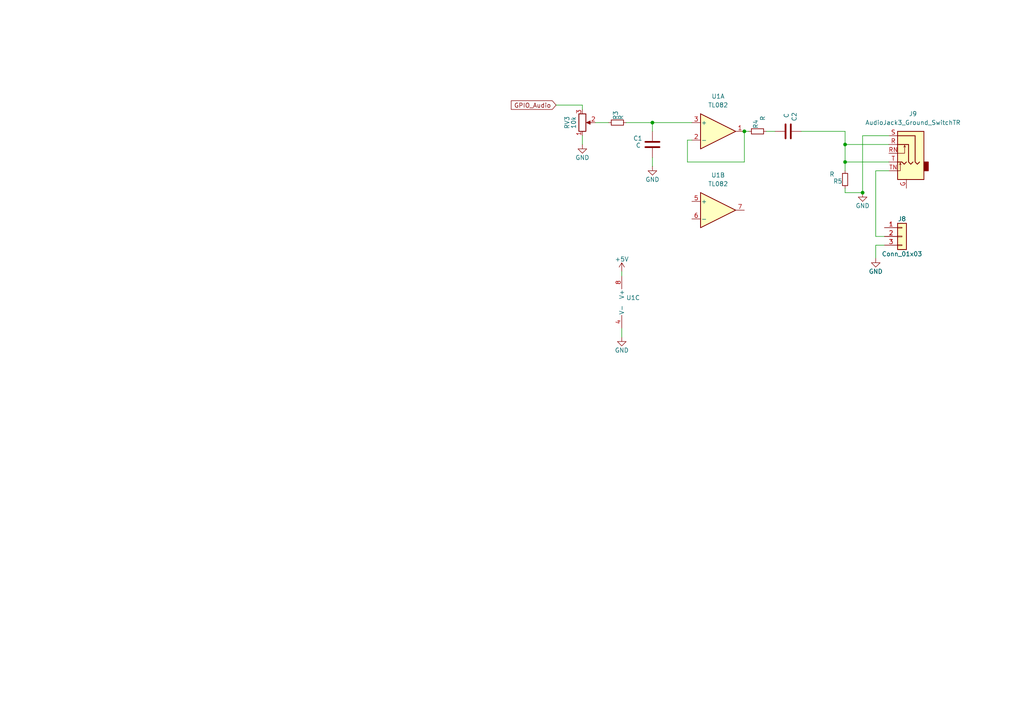
<source format=kicad_sch>
(kicad_sch
	(version 20231120)
	(generator "eeschema")
	(generator_version "8.0")
	(uuid "4b9ff11a-4d38-46c6-96ac-10f1e829116f")
	(paper "A4")
	(lib_symbols
		(symbol "Amplifier_Operational:TL082"
			(pin_names
				(offset 0.127)
			)
			(exclude_from_sim no)
			(in_bom yes)
			(on_board yes)
			(property "Reference" "U"
				(at 0 5.08 0)
				(effects
					(font
						(size 1.27 1.27)
					)
					(justify left)
				)
			)
			(property "Value" "TL082"
				(at 0 -5.08 0)
				(effects
					(font
						(size 1.27 1.27)
					)
					(justify left)
				)
			)
			(property "Footprint" ""
				(at 0 0 0)
				(effects
					(font
						(size 1.27 1.27)
					)
					(hide yes)
				)
			)
			(property "Datasheet" "http://www.ti.com/lit/ds/symlink/tl081.pdf"
				(at 0 0 0)
				(effects
					(font
						(size 1.27 1.27)
					)
					(hide yes)
				)
			)
			(property "Description" "Dual JFET-Input Operational Amplifiers, DIP-8/SOIC-8/SSOP-8"
				(at 0 0 0)
				(effects
					(font
						(size 1.27 1.27)
					)
					(hide yes)
				)
			)
			(property "ki_locked" ""
				(at 0 0 0)
				(effects
					(font
						(size 1.27 1.27)
					)
				)
			)
			(property "ki_keywords" "dual opamp"
				(at 0 0 0)
				(effects
					(font
						(size 1.27 1.27)
					)
					(hide yes)
				)
			)
			(property "ki_fp_filters" "SOIC*3.9x4.9mm*P1.27mm* DIP*W7.62mm* TO*99* OnSemi*Micro8* TSSOP*3x3mm*P0.65mm* TSSOP*4.4x3mm*P0.65mm* MSOP*3x3mm*P0.65mm* SSOP*3.9x4.9mm*P0.635mm* LFCSP*2x2mm*P0.5mm* *SIP* SOIC*5.3x6.2mm*P1.27mm*"
				(at 0 0 0)
				(effects
					(font
						(size 1.27 1.27)
					)
					(hide yes)
				)
			)
			(symbol "TL082_1_1"
				(polyline
					(pts
						(xy -5.08 5.08) (xy 5.08 0) (xy -5.08 -5.08) (xy -5.08 5.08)
					)
					(stroke
						(width 0.254)
						(type default)
					)
					(fill
						(type background)
					)
				)
				(pin output line
					(at 7.62 0 180)
					(length 2.54)
					(name "~"
						(effects
							(font
								(size 1.27 1.27)
							)
						)
					)
					(number "1"
						(effects
							(font
								(size 1.27 1.27)
							)
						)
					)
				)
				(pin input line
					(at -7.62 -2.54 0)
					(length 2.54)
					(name "-"
						(effects
							(font
								(size 1.27 1.27)
							)
						)
					)
					(number "2"
						(effects
							(font
								(size 1.27 1.27)
							)
						)
					)
				)
				(pin input line
					(at -7.62 2.54 0)
					(length 2.54)
					(name "+"
						(effects
							(font
								(size 1.27 1.27)
							)
						)
					)
					(number "3"
						(effects
							(font
								(size 1.27 1.27)
							)
						)
					)
				)
			)
			(symbol "TL082_2_1"
				(polyline
					(pts
						(xy -5.08 5.08) (xy 5.08 0) (xy -5.08 -5.08) (xy -5.08 5.08)
					)
					(stroke
						(width 0.254)
						(type default)
					)
					(fill
						(type background)
					)
				)
				(pin input line
					(at -7.62 2.54 0)
					(length 2.54)
					(name "+"
						(effects
							(font
								(size 1.27 1.27)
							)
						)
					)
					(number "5"
						(effects
							(font
								(size 1.27 1.27)
							)
						)
					)
				)
				(pin input line
					(at -7.62 -2.54 0)
					(length 2.54)
					(name "-"
						(effects
							(font
								(size 1.27 1.27)
							)
						)
					)
					(number "6"
						(effects
							(font
								(size 1.27 1.27)
							)
						)
					)
				)
				(pin output line
					(at 7.62 0 180)
					(length 2.54)
					(name "~"
						(effects
							(font
								(size 1.27 1.27)
							)
						)
					)
					(number "7"
						(effects
							(font
								(size 1.27 1.27)
							)
						)
					)
				)
			)
			(symbol "TL082_3_1"
				(pin power_in line
					(at -2.54 -7.62 90)
					(length 3.81)
					(name "V-"
						(effects
							(font
								(size 1.27 1.27)
							)
						)
					)
					(number "4"
						(effects
							(font
								(size 1.27 1.27)
							)
						)
					)
				)
				(pin power_in line
					(at -2.54 7.62 270)
					(length 3.81)
					(name "V+"
						(effects
							(font
								(size 1.27 1.27)
							)
						)
					)
					(number "8"
						(effects
							(font
								(size 1.27 1.27)
							)
						)
					)
				)
			)
		)
		(symbol "Connector_Audio:AudioJack3_Ground_SwitchTR"
			(exclude_from_sim no)
			(in_bom yes)
			(on_board yes)
			(property "Reference" "J"
				(at 0 8.89 0)
				(effects
					(font
						(size 1.27 1.27)
					)
				)
			)
			(property "Value" "AudioJack3_Ground_SwitchTR"
				(at 0 6.35 0)
				(effects
					(font
						(size 1.27 1.27)
					)
				)
			)
			(property "Footprint" ""
				(at 0 0 0)
				(effects
					(font
						(size 1.27 1.27)
					)
					(hide yes)
				)
			)
			(property "Datasheet" "~"
				(at 0 0 0)
				(effects
					(font
						(size 1.27 1.27)
					)
					(hide yes)
				)
			)
			(property "Description" "Audio Jack, 3 Poles (Stereo / TRS), Grounded Sleeve, Switched TR Poles (Normalling)"
				(at 0 0 0)
				(effects
					(font
						(size 1.27 1.27)
					)
					(hide yes)
				)
			)
			(property "ki_keywords" "audio jack receptacle stereo headphones phones TRS connector"
				(at 0 0 0)
				(effects
					(font
						(size 1.27 1.27)
					)
					(hide yes)
				)
			)
			(property "ki_fp_filters" "Jack*"
				(at 0 0 0)
				(effects
					(font
						(size 1.27 1.27)
					)
					(hide yes)
				)
			)
			(symbol "AudioJack3_Ground_SwitchTR_0_1"
				(rectangle
					(start -5.08 -5.08)
					(end -6.35 -7.62)
					(stroke
						(width 0.254)
						(type default)
					)
					(fill
						(type outline)
					)
				)
				(polyline
					(pts
						(xy 0.508 -0.254) (xy 0.762 -0.762)
					)
					(stroke
						(width 0)
						(type default)
					)
					(fill
						(type none)
					)
				)
				(polyline
					(pts
						(xy 1.778 -5.334) (xy 2.032 -5.842)
					)
					(stroke
						(width 0)
						(type default)
					)
					(fill
						(type none)
					)
				)
				(polyline
					(pts
						(xy 0 -5.08) (xy 0.635 -5.715) (xy 1.27 -5.08) (xy 2.54 -5.08)
					)
					(stroke
						(width 0.254)
						(type default)
					)
					(fill
						(type none)
					)
				)
				(polyline
					(pts
						(xy 2.54 -7.62) (xy 1.778 -7.62) (xy 1.778 -5.334) (xy 1.524 -5.842)
					)
					(stroke
						(width 0)
						(type default)
					)
					(fill
						(type none)
					)
				)
				(polyline
					(pts
						(xy 2.54 -2.54) (xy 0.508 -2.54) (xy 0.508 -0.254) (xy 0.254 -0.762)
					)
					(stroke
						(width 0)
						(type default)
					)
					(fill
						(type none)
					)
				)
				(polyline
					(pts
						(xy -1.905 -5.08) (xy -1.27 -5.715) (xy -0.635 -5.08) (xy -0.635 0) (xy 2.54 0)
					)
					(stroke
						(width 0.254)
						(type default)
					)
					(fill
						(type none)
					)
				)
				(polyline
					(pts
						(xy 2.54 2.54) (xy -2.54 2.54) (xy -2.54 -5.08) (xy -3.175 -5.715) (xy -3.81 -5.08)
					)
					(stroke
						(width 0.254)
						(type default)
					)
					(fill
						(type none)
					)
				)
				(rectangle
					(start 2.54 3.81)
					(end -5.08 -10.16)
					(stroke
						(width 0.254)
						(type default)
					)
					(fill
						(type background)
					)
				)
			)
			(symbol "AudioJack3_Ground_SwitchTR_1_1"
				(pin passive line
					(at 0 -12.7 90)
					(length 2.54)
					(name "~"
						(effects
							(font
								(size 1.27 1.27)
							)
						)
					)
					(number "G"
						(effects
							(font
								(size 1.27 1.27)
							)
						)
					)
				)
				(pin passive line
					(at 5.08 0 180)
					(length 2.54)
					(name "~"
						(effects
							(font
								(size 1.27 1.27)
							)
						)
					)
					(number "R"
						(effects
							(font
								(size 1.27 1.27)
							)
						)
					)
				)
				(pin passive line
					(at 5.08 -2.54 180)
					(length 2.54)
					(name "~"
						(effects
							(font
								(size 1.27 1.27)
							)
						)
					)
					(number "RN"
						(effects
							(font
								(size 1.27 1.27)
							)
						)
					)
				)
				(pin passive line
					(at 5.08 2.54 180)
					(length 2.54)
					(name "~"
						(effects
							(font
								(size 1.27 1.27)
							)
						)
					)
					(number "S"
						(effects
							(font
								(size 1.27 1.27)
							)
						)
					)
				)
				(pin passive line
					(at 5.08 -5.08 180)
					(length 2.54)
					(name "~"
						(effects
							(font
								(size 1.27 1.27)
							)
						)
					)
					(number "T"
						(effects
							(font
								(size 1.27 1.27)
							)
						)
					)
				)
				(pin passive line
					(at 5.08 -7.62 180)
					(length 2.54)
					(name "~"
						(effects
							(font
								(size 1.27 1.27)
							)
						)
					)
					(number "TN"
						(effects
							(font
								(size 1.27 1.27)
							)
						)
					)
				)
			)
		)
		(symbol "Connector_Generic:Conn_01x03"
			(pin_names
				(offset 1.016) hide)
			(exclude_from_sim no)
			(in_bom yes)
			(on_board yes)
			(property "Reference" "J"
				(at 0 5.08 0)
				(effects
					(font
						(size 1.27 1.27)
					)
				)
			)
			(property "Value" "Conn_01x03"
				(at 0 -5.08 0)
				(effects
					(font
						(size 1.27 1.27)
					)
				)
			)
			(property "Footprint" ""
				(at 0 0 0)
				(effects
					(font
						(size 1.27 1.27)
					)
					(hide yes)
				)
			)
			(property "Datasheet" "~"
				(at 0 0 0)
				(effects
					(font
						(size 1.27 1.27)
					)
					(hide yes)
				)
			)
			(property "Description" "Generic connector, single row, 01x03, script generated (kicad-library-utils/schlib/autogen/connector/)"
				(at 0 0 0)
				(effects
					(font
						(size 1.27 1.27)
					)
					(hide yes)
				)
			)
			(property "ki_keywords" "connector"
				(at 0 0 0)
				(effects
					(font
						(size 1.27 1.27)
					)
					(hide yes)
				)
			)
			(property "ki_fp_filters" "Connector*:*_1x??_*"
				(at 0 0 0)
				(effects
					(font
						(size 1.27 1.27)
					)
					(hide yes)
				)
			)
			(symbol "Conn_01x03_1_1"
				(rectangle
					(start -1.27 -2.413)
					(end 0 -2.667)
					(stroke
						(width 0.1524)
						(type default)
					)
					(fill
						(type none)
					)
				)
				(rectangle
					(start -1.27 0.127)
					(end 0 -0.127)
					(stroke
						(width 0.1524)
						(type default)
					)
					(fill
						(type none)
					)
				)
				(rectangle
					(start -1.27 2.667)
					(end 0 2.413)
					(stroke
						(width 0.1524)
						(type default)
					)
					(fill
						(type none)
					)
				)
				(rectangle
					(start -1.27 3.81)
					(end 1.27 -3.81)
					(stroke
						(width 0.254)
						(type default)
					)
					(fill
						(type background)
					)
				)
				(pin passive line
					(at -5.08 2.54 0)
					(length 3.81)
					(name "Pin_1"
						(effects
							(font
								(size 1.27 1.27)
							)
						)
					)
					(number "1"
						(effects
							(font
								(size 1.27 1.27)
							)
						)
					)
				)
				(pin passive line
					(at -5.08 0 0)
					(length 3.81)
					(name "Pin_2"
						(effects
							(font
								(size 1.27 1.27)
							)
						)
					)
					(number "2"
						(effects
							(font
								(size 1.27 1.27)
							)
						)
					)
				)
				(pin passive line
					(at -5.08 -2.54 0)
					(length 3.81)
					(name "Pin_3"
						(effects
							(font
								(size 1.27 1.27)
							)
						)
					)
					(number "3"
						(effects
							(font
								(size 1.27 1.27)
							)
						)
					)
				)
			)
		)
		(symbol "Device:C"
			(pin_numbers hide)
			(pin_names
				(offset 0.254)
			)
			(exclude_from_sim no)
			(in_bom yes)
			(on_board yes)
			(property "Reference" "C"
				(at 0.635 2.54 0)
				(effects
					(font
						(size 1.27 1.27)
					)
					(justify left)
				)
			)
			(property "Value" "C"
				(at 0.635 -2.54 0)
				(effects
					(font
						(size 1.27 1.27)
					)
					(justify left)
				)
			)
			(property "Footprint" ""
				(at 0.9652 -3.81 0)
				(effects
					(font
						(size 1.27 1.27)
					)
					(hide yes)
				)
			)
			(property "Datasheet" "~"
				(at 0 0 0)
				(effects
					(font
						(size 1.27 1.27)
					)
					(hide yes)
				)
			)
			(property "Description" "Unpolarized capacitor"
				(at 0 0 0)
				(effects
					(font
						(size 1.27 1.27)
					)
					(hide yes)
				)
			)
			(property "ki_keywords" "cap capacitor"
				(at 0 0 0)
				(effects
					(font
						(size 1.27 1.27)
					)
					(hide yes)
				)
			)
			(property "ki_fp_filters" "C_*"
				(at 0 0 0)
				(effects
					(font
						(size 1.27 1.27)
					)
					(hide yes)
				)
			)
			(symbol "C_0_1"
				(polyline
					(pts
						(xy -2.032 -0.762) (xy 2.032 -0.762)
					)
					(stroke
						(width 0.508)
						(type default)
					)
					(fill
						(type none)
					)
				)
				(polyline
					(pts
						(xy -2.032 0.762) (xy 2.032 0.762)
					)
					(stroke
						(width 0.508)
						(type default)
					)
					(fill
						(type none)
					)
				)
			)
			(symbol "C_1_1"
				(pin passive line
					(at 0 3.81 270)
					(length 2.794)
					(name "~"
						(effects
							(font
								(size 1.27 1.27)
							)
						)
					)
					(number "1"
						(effects
							(font
								(size 1.27 1.27)
							)
						)
					)
				)
				(pin passive line
					(at 0 -3.81 90)
					(length 2.794)
					(name "~"
						(effects
							(font
								(size 1.27 1.27)
							)
						)
					)
					(number "2"
						(effects
							(font
								(size 1.27 1.27)
							)
						)
					)
				)
			)
		)
		(symbol "Device:R_Potentiometer"
			(pin_names
				(offset 1.016) hide)
			(exclude_from_sim no)
			(in_bom yes)
			(on_board yes)
			(property "Reference" "RV"
				(at -4.445 0 90)
				(effects
					(font
						(size 1.27 1.27)
					)
				)
			)
			(property "Value" "R_Potentiometer"
				(at -2.54 0 90)
				(effects
					(font
						(size 1.27 1.27)
					)
				)
			)
			(property "Footprint" ""
				(at 0 0 0)
				(effects
					(font
						(size 1.27 1.27)
					)
					(hide yes)
				)
			)
			(property "Datasheet" "~"
				(at 0 0 0)
				(effects
					(font
						(size 1.27 1.27)
					)
					(hide yes)
				)
			)
			(property "Description" "Potentiometer"
				(at 0 0 0)
				(effects
					(font
						(size 1.27 1.27)
					)
					(hide yes)
				)
			)
			(property "ki_keywords" "resistor variable"
				(at 0 0 0)
				(effects
					(font
						(size 1.27 1.27)
					)
					(hide yes)
				)
			)
			(property "ki_fp_filters" "Potentiometer*"
				(at 0 0 0)
				(effects
					(font
						(size 1.27 1.27)
					)
					(hide yes)
				)
			)
			(symbol "R_Potentiometer_0_1"
				(polyline
					(pts
						(xy 2.54 0) (xy 1.524 0)
					)
					(stroke
						(width 0)
						(type default)
					)
					(fill
						(type none)
					)
				)
				(polyline
					(pts
						(xy 1.143 0) (xy 2.286 0.508) (xy 2.286 -0.508) (xy 1.143 0)
					)
					(stroke
						(width 0)
						(type default)
					)
					(fill
						(type outline)
					)
				)
				(rectangle
					(start 1.016 2.54)
					(end -1.016 -2.54)
					(stroke
						(width 0.254)
						(type default)
					)
					(fill
						(type none)
					)
				)
			)
			(symbol "R_Potentiometer_1_1"
				(pin passive line
					(at 0 3.81 270)
					(length 1.27)
					(name "1"
						(effects
							(font
								(size 1.27 1.27)
							)
						)
					)
					(number "1"
						(effects
							(font
								(size 1.27 1.27)
							)
						)
					)
				)
				(pin passive line
					(at 3.81 0 180)
					(length 1.27)
					(name "2"
						(effects
							(font
								(size 1.27 1.27)
							)
						)
					)
					(number "2"
						(effects
							(font
								(size 1.27 1.27)
							)
						)
					)
				)
				(pin passive line
					(at 0 -3.81 90)
					(length 1.27)
					(name "3"
						(effects
							(font
								(size 1.27 1.27)
							)
						)
					)
					(number "3"
						(effects
							(font
								(size 1.27 1.27)
							)
						)
					)
				)
			)
		)
		(symbol "Device:R_Small"
			(pin_numbers hide)
			(pin_names
				(offset 0.254) hide)
			(exclude_from_sim no)
			(in_bom yes)
			(on_board yes)
			(property "Reference" "R"
				(at 0.762 0.508 0)
				(effects
					(font
						(size 1.27 1.27)
					)
					(justify left)
				)
			)
			(property "Value" "R_Small"
				(at 0.762 -1.016 0)
				(effects
					(font
						(size 1.27 1.27)
					)
					(justify left)
				)
			)
			(property "Footprint" ""
				(at 0 0 0)
				(effects
					(font
						(size 1.27 1.27)
					)
					(hide yes)
				)
			)
			(property "Datasheet" "~"
				(at 0 0 0)
				(effects
					(font
						(size 1.27 1.27)
					)
					(hide yes)
				)
			)
			(property "Description" "Resistor, small symbol"
				(at 0 0 0)
				(effects
					(font
						(size 1.27 1.27)
					)
					(hide yes)
				)
			)
			(property "ki_keywords" "R resistor"
				(at 0 0 0)
				(effects
					(font
						(size 1.27 1.27)
					)
					(hide yes)
				)
			)
			(property "ki_fp_filters" "R_*"
				(at 0 0 0)
				(effects
					(font
						(size 1.27 1.27)
					)
					(hide yes)
				)
			)
			(symbol "R_Small_0_1"
				(rectangle
					(start -0.762 1.778)
					(end 0.762 -1.778)
					(stroke
						(width 0.2032)
						(type default)
					)
					(fill
						(type none)
					)
				)
			)
			(symbol "R_Small_1_1"
				(pin passive line
					(at 0 2.54 270)
					(length 0.762)
					(name "~"
						(effects
							(font
								(size 1.27 1.27)
							)
						)
					)
					(number "1"
						(effects
							(font
								(size 1.27 1.27)
							)
						)
					)
				)
				(pin passive line
					(at 0 -2.54 90)
					(length 0.762)
					(name "~"
						(effects
							(font
								(size 1.27 1.27)
							)
						)
					)
					(number "2"
						(effects
							(font
								(size 1.27 1.27)
							)
						)
					)
				)
			)
		)
		(symbol "power:+5V"
			(power)
			(pin_numbers hide)
			(pin_names
				(offset 0) hide)
			(exclude_from_sim no)
			(in_bom yes)
			(on_board yes)
			(property "Reference" "#PWR"
				(at 0 -3.81 0)
				(effects
					(font
						(size 1.27 1.27)
					)
					(hide yes)
				)
			)
			(property "Value" "+5V"
				(at 0 3.556 0)
				(effects
					(font
						(size 1.27 1.27)
					)
				)
			)
			(property "Footprint" ""
				(at 0 0 0)
				(effects
					(font
						(size 1.27 1.27)
					)
					(hide yes)
				)
			)
			(property "Datasheet" ""
				(at 0 0 0)
				(effects
					(font
						(size 1.27 1.27)
					)
					(hide yes)
				)
			)
			(property "Description" "Power symbol creates a global label with name \"+5V\""
				(at 0 0 0)
				(effects
					(font
						(size 1.27 1.27)
					)
					(hide yes)
				)
			)
			(property "ki_keywords" "global power"
				(at 0 0 0)
				(effects
					(font
						(size 1.27 1.27)
					)
					(hide yes)
				)
			)
			(symbol "+5V_0_1"
				(polyline
					(pts
						(xy -0.762 1.27) (xy 0 2.54)
					)
					(stroke
						(width 0)
						(type default)
					)
					(fill
						(type none)
					)
				)
				(polyline
					(pts
						(xy 0 0) (xy 0 2.54)
					)
					(stroke
						(width 0)
						(type default)
					)
					(fill
						(type none)
					)
				)
				(polyline
					(pts
						(xy 0 2.54) (xy 0.762 1.27)
					)
					(stroke
						(width 0)
						(type default)
					)
					(fill
						(type none)
					)
				)
			)
			(symbol "+5V_1_1"
				(pin power_in line
					(at 0 0 90)
					(length 0)
					(name "~"
						(effects
							(font
								(size 1.27 1.27)
							)
						)
					)
					(number "1"
						(effects
							(font
								(size 1.27 1.27)
							)
						)
					)
				)
			)
		)
		(symbol "power:GND"
			(power)
			(pin_numbers hide)
			(pin_names
				(offset 0) hide)
			(exclude_from_sim no)
			(in_bom yes)
			(on_board yes)
			(property "Reference" "#PWR"
				(at 0 -6.35 0)
				(effects
					(font
						(size 1.27 1.27)
					)
					(hide yes)
				)
			)
			(property "Value" "GND"
				(at 0 -3.81 0)
				(effects
					(font
						(size 1.27 1.27)
					)
				)
			)
			(property "Footprint" ""
				(at 0 0 0)
				(effects
					(font
						(size 1.27 1.27)
					)
					(hide yes)
				)
			)
			(property "Datasheet" ""
				(at 0 0 0)
				(effects
					(font
						(size 1.27 1.27)
					)
					(hide yes)
				)
			)
			(property "Description" "Power symbol creates a global label with name \"GND\" , ground"
				(at 0 0 0)
				(effects
					(font
						(size 1.27 1.27)
					)
					(hide yes)
				)
			)
			(property "ki_keywords" "global power"
				(at 0 0 0)
				(effects
					(font
						(size 1.27 1.27)
					)
					(hide yes)
				)
			)
			(symbol "GND_0_1"
				(polyline
					(pts
						(xy 0 0) (xy 0 -1.27) (xy 1.27 -1.27) (xy 0 -2.54) (xy -1.27 -1.27) (xy 0 -1.27)
					)
					(stroke
						(width 0)
						(type default)
					)
					(fill
						(type none)
					)
				)
			)
			(symbol "GND_1_1"
				(pin power_in line
					(at 0 0 270)
					(length 0)
					(name "~"
						(effects
							(font
								(size 1.27 1.27)
							)
						)
					)
					(number "1"
						(effects
							(font
								(size 1.27 1.27)
							)
						)
					)
				)
			)
		)
	)
	(junction
		(at 250.19 55.88)
		(diameter 0)
		(color 0 0 0 0)
		(uuid "2ce41561-1b7a-4edb-a875-ba9ca2b134c1")
	)
	(junction
		(at 245.11 46.99)
		(diameter 0)
		(color 0 0 0 0)
		(uuid "44300a66-2251-439f-b204-167337fda676")
	)
	(junction
		(at 215.9 38.1)
		(diameter 0)
		(color 0 0 0 0)
		(uuid "4643341b-91c9-42cb-ab87-cd325895345d")
	)
	(junction
		(at 189.23 35.56)
		(diameter 0)
		(color 0 0 0 0)
		(uuid "4909b512-35e0-4e46-866a-31a4f01a631c")
	)
	(junction
		(at 245.11 41.91)
		(diameter 0)
		(color 0 0 0 0)
		(uuid "e109ec59-ab3f-481f-bd4d-2baab0c78f22")
	)
	(wire
		(pts
			(xy 254 68.58) (xy 254 49.53)
		)
		(stroke
			(width 0)
			(type default)
		)
		(uuid "0abd70f7-f283-434b-bf44-2850876477ae")
	)
	(wire
		(pts
			(xy 257.81 39.37) (xy 250.19 39.37)
		)
		(stroke
			(width 0)
			(type default)
		)
		(uuid "22178da6-3777-4422-a7e9-2c1cf168a042")
	)
	(wire
		(pts
			(xy 256.54 71.12) (xy 254 71.12)
		)
		(stroke
			(width 0)
			(type default)
		)
		(uuid "231d6fca-9216-42fa-942c-05608ce606bd")
	)
	(wire
		(pts
			(xy 245.11 54.61) (xy 245.11 55.88)
		)
		(stroke
			(width 0)
			(type default)
		)
		(uuid "30d7b357-29f3-485d-b9e3-2dce2763e35c")
	)
	(wire
		(pts
			(xy 257.81 46.99) (xy 245.11 46.99)
		)
		(stroke
			(width 0)
			(type default)
		)
		(uuid "3611dd22-10d5-48ad-8f30-cc37e34d4980")
	)
	(wire
		(pts
			(xy 245.11 46.99) (xy 245.11 41.91)
		)
		(stroke
			(width 0)
			(type default)
		)
		(uuid "3a27e737-7fa5-497c-8021-48aa9fafa3f5")
	)
	(wire
		(pts
			(xy 254 49.53) (xy 257.81 49.53)
		)
		(stroke
			(width 0)
			(type default)
		)
		(uuid "3b9226a3-2a9f-45e7-86c8-ca3e0d190627")
	)
	(wire
		(pts
			(xy 215.9 46.99) (xy 215.9 38.1)
		)
		(stroke
			(width 0)
			(type default)
		)
		(uuid "3c0283a2-b2fb-4d9c-9267-8b77849c761d")
	)
	(wire
		(pts
			(xy 250.19 39.37) (xy 250.19 55.88)
		)
		(stroke
			(width 0)
			(type default)
		)
		(uuid "40b624b0-afc3-4437-898e-cbfff2a3d4d7")
	)
	(wire
		(pts
			(xy 245.11 46.99) (xy 245.11 49.53)
		)
		(stroke
			(width 0)
			(type default)
		)
		(uuid "42b0ed1a-50e4-49b0-9eef-64720e936a09")
	)
	(wire
		(pts
			(xy 215.9 38.1) (xy 217.17 38.1)
		)
		(stroke
			(width 0)
			(type default)
		)
		(uuid "508f9c38-8c64-4d90-ae80-4fa1963b3b21")
	)
	(wire
		(pts
			(xy 180.34 78.74) (xy 180.34 80.01)
		)
		(stroke
			(width 0)
			(type default)
		)
		(uuid "5a66f14a-3667-4343-b945-0010eff57e1c")
	)
	(wire
		(pts
			(xy 180.34 95.25) (xy 180.34 97.79)
		)
		(stroke
			(width 0)
			(type default)
		)
		(uuid "658320d1-5836-4784-a85e-9b46fa9a27d4")
	)
	(wire
		(pts
			(xy 189.23 35.56) (xy 189.23 38.1)
		)
		(stroke
			(width 0)
			(type default)
		)
		(uuid "69620655-d538-46a6-bc8f-354327ead12c")
	)
	(wire
		(pts
			(xy 161.29 30.48) (xy 168.91 30.48)
		)
		(stroke
			(width 0)
			(type default)
		)
		(uuid "6e41706a-f1b1-484c-af19-168fc857a5ee")
	)
	(wire
		(pts
			(xy 245.11 41.91) (xy 257.81 41.91)
		)
		(stroke
			(width 0)
			(type default)
		)
		(uuid "734e04cf-6df0-42d1-af5a-8ad1b453a432")
	)
	(wire
		(pts
			(xy 189.23 35.56) (xy 200.66 35.56)
		)
		(stroke
			(width 0)
			(type default)
		)
		(uuid "73e435d1-9176-468c-984f-b71bfcd570c9")
	)
	(wire
		(pts
			(xy 254 71.12) (xy 254 74.93)
		)
		(stroke
			(width 0)
			(type default)
		)
		(uuid "781b36ee-2d9f-4475-b0b8-f494f3d4d148")
	)
	(wire
		(pts
			(xy 181.61 35.56) (xy 189.23 35.56)
		)
		(stroke
			(width 0)
			(type default)
		)
		(uuid "7b479641-faf6-4264-844e-dcb3d11d49ac")
	)
	(wire
		(pts
			(xy 245.11 41.91) (xy 245.11 38.1)
		)
		(stroke
			(width 0)
			(type default)
		)
		(uuid "8b14bfe5-8906-4eeb-a7a0-70795a999c0a")
	)
	(wire
		(pts
			(xy 168.91 31.75) (xy 168.91 30.48)
		)
		(stroke
			(width 0)
			(type default)
		)
		(uuid "973023e0-0eb4-4e48-a2bf-1c03029a266f")
	)
	(wire
		(pts
			(xy 199.39 40.64) (xy 199.39 46.99)
		)
		(stroke
			(width 0)
			(type default)
		)
		(uuid "9a839d2f-5cea-4a60-a27b-78e7d8edd558")
	)
	(wire
		(pts
			(xy 200.66 40.64) (xy 199.39 40.64)
		)
		(stroke
			(width 0)
			(type default)
		)
		(uuid "9b7a3617-1a45-44a9-b77f-7e1ac8b1f956")
	)
	(wire
		(pts
			(xy 189.23 45.72) (xy 189.23 48.26)
		)
		(stroke
			(width 0)
			(type default)
		)
		(uuid "a343aaf3-927b-444a-8388-a98931c46c6f")
	)
	(wire
		(pts
			(xy 168.91 39.37) (xy 168.91 41.91)
		)
		(stroke
			(width 0)
			(type default)
		)
		(uuid "a96482b7-044b-4b6a-9b8e-595a789755aa")
	)
	(wire
		(pts
			(xy 256.54 68.58) (xy 254 68.58)
		)
		(stroke
			(width 0)
			(type default)
		)
		(uuid "afeed735-0c33-42de-8e6d-dcf3af016c7d")
	)
	(wire
		(pts
			(xy 172.72 35.56) (xy 176.53 35.56)
		)
		(stroke
			(width 0)
			(type default)
		)
		(uuid "d443bdcd-3918-4031-bc57-6feca74b7b4c")
	)
	(wire
		(pts
			(xy 222.25 38.1) (xy 224.79 38.1)
		)
		(stroke
			(width 0)
			(type default)
		)
		(uuid "e1c1571d-5d0b-4995-924e-9b082a905af3")
	)
	(wire
		(pts
			(xy 199.39 46.99) (xy 215.9 46.99)
		)
		(stroke
			(width 0)
			(type default)
		)
		(uuid "e7a41210-9b8c-4ec7-9746-21fcb66aad32")
	)
	(wire
		(pts
			(xy 245.11 38.1) (xy 232.41 38.1)
		)
		(stroke
			(width 0)
			(type default)
		)
		(uuid "f896ab49-0968-40f8-9534-ed05befa19e0")
	)
	(wire
		(pts
			(xy 245.11 55.88) (xy 250.19 55.88)
		)
		(stroke
			(width 0)
			(type default)
		)
		(uuid "fb6da62e-5feb-4452-af43-5094e1aed3c8")
	)
	(global_label "GPIO_Audio"
		(shape input)
		(at 161.29 30.48 180)
		(fields_autoplaced yes)
		(effects
			(font
				(size 1.27 1.27)
			)
			(justify right)
		)
		(uuid "0ac8ff48-de0a-4c81-9c15-95d7727eecc7")
		(property "Intersheetrefs" "${INTERSHEET_REFS}"
			(at 147.7215 30.48 0)
			(effects
				(font
					(size 1.27 1.27)
				)
				(justify right)
				(hide yes)
			)
		)
	)
	(symbol
		(lib_id "Amplifier_Operational:TL082")
		(at 208.28 38.1 0)
		(unit 1)
		(exclude_from_sim no)
		(in_bom yes)
		(on_board yes)
		(dnp no)
		(fields_autoplaced yes)
		(uuid "07d7a4bb-e33a-40f2-8613-3069d5703199")
		(property "Reference" "U1"
			(at 208.28 27.94 0)
			(effects
				(font
					(size 1.27 1.27)
				)
			)
		)
		(property "Value" "TL082"
			(at 208.28 30.48 0)
			(effects
				(font
					(size 1.27 1.27)
				)
			)
		)
		(property "Footprint" "Package_SO:SOIC-8-1EP_3.9x4.9mm_P1.27mm_EP2.29x3mm"
			(at 208.28 38.1 0)
			(effects
				(font
					(size 1.27 1.27)
				)
				(hide yes)
			)
		)
		(property "Datasheet" "http://www.ti.com/lit/ds/symlink/tl081.pdf"
			(at 208.28 38.1 0)
			(effects
				(font
					(size 1.27 1.27)
				)
				(hide yes)
			)
		)
		(property "Description" "Dual JFET-Input Operational Amplifiers, DIP-8/SOIC-8/SSOP-8"
			(at 208.28 38.1 0)
			(effects
				(font
					(size 1.27 1.27)
				)
				(hide yes)
			)
		)
		(pin "3"
			(uuid "67644e3c-026d-4d21-b35b-4566b84e4b86")
		)
		(pin "7"
			(uuid "1ecff5cd-a6b2-481b-afb5-187fc496b9f0")
		)
		(pin "1"
			(uuid "13990942-803d-4261-8efd-039d37ebf893")
		)
		(pin "4"
			(uuid "d49a3dfe-29d9-4ac5-94d7-c87f0f73b3b9")
		)
		(pin "8"
			(uuid "d9006983-96d5-47d0-9c3f-16532c714c6a")
		)
		(pin "6"
			(uuid "28666dec-675a-44df-969b-0e7e78998d4a")
		)
		(pin "2"
			(uuid "15817a1b-f7b7-4fc7-8bc5-77d8e8d77a92")
		)
		(pin "5"
			(uuid "a9f0f445-830d-47e4-8a34-51bd1f491f0d")
		)
		(instances
			(project "Micro-Whirlwind-Audio-Daughter"
				(path "/4b9ff11a-4d38-46c6-96ac-10f1e829116f"
					(reference "U1")
					(unit 1)
				)
			)
		)
	)
	(symbol
		(lib_id "power:GND")
		(at 189.23 48.26 0)
		(unit 1)
		(exclude_from_sim no)
		(in_bom yes)
		(on_board yes)
		(dnp no)
		(uuid "12dd5bd2-1373-40b3-a538-e7782a72d1a8")
		(property "Reference" "#PWR017"
			(at 189.23 54.61 0)
			(effects
				(font
					(size 1.27 1.27)
				)
				(hide yes)
			)
		)
		(property "Value" "GND"
			(at 189.23 52.07 0)
			(effects
				(font
					(size 1.27 1.27)
				)
			)
		)
		(property "Footprint" ""
			(at 189.23 48.26 0)
			(effects
				(font
					(size 1.27 1.27)
				)
				(hide yes)
			)
		)
		(property "Datasheet" ""
			(at 189.23 48.26 0)
			(effects
				(font
					(size 1.27 1.27)
				)
				(hide yes)
			)
		)
		(property "Description" "Power symbol creates a global label with name \"GND\" , ground"
			(at 189.23 48.26 0)
			(effects
				(font
					(size 1.27 1.27)
				)
				(hide yes)
			)
		)
		(pin "1"
			(uuid "d5c53b33-9330-48db-855b-73aef3e8b15a")
		)
		(instances
			(project "Micro-Whirlwind-Audio-Daughter"
				(path "/4b9ff11a-4d38-46c6-96ac-10f1e829116f"
					(reference "#PWR017")
					(unit 1)
				)
			)
		)
	)
	(symbol
		(lib_id "Device:R_Small")
		(at 219.71 38.1 90)
		(unit 1)
		(exclude_from_sim no)
		(in_bom yes)
		(on_board yes)
		(dnp no)
		(uuid "14d05f67-08e0-4155-9e2e-3e019b54d4d6")
		(property "Reference" "R4"
			(at 219.202 37.338 0)
			(effects
				(font
					(size 1.27 1.27)
				)
				(justify left)
			)
		)
		(property "Value" "R"
			(at 221.234 35.052 0)
			(effects
				(font
					(size 1.27 1.27)
				)
				(justify left)
			)
		)
		(property "Footprint" "mWW-Project-Library:SM-1206B"
			(at 219.71 38.1 0)
			(effects
				(font
					(size 1.27 1.27)
				)
				(hide yes)
			)
		)
		(property "Datasheet" "~"
			(at 219.71 38.1 0)
			(effects
				(font
					(size 1.27 1.27)
				)
				(hide yes)
			)
		)
		(property "Description" "Resistor, small symbol"
			(at 219.71 38.1 0)
			(effects
				(font
					(size 1.27 1.27)
				)
				(hide yes)
			)
		)
		(pin "1"
			(uuid "01a053c8-633b-4513-9b09-9a7dc8cf3445")
		)
		(pin "2"
			(uuid "0c519ffe-df4a-452a-99e0-5041bb40c1f3")
		)
		(instances
			(project "Micro-Whirlwind-Audio-Daughter"
				(path "/4b9ff11a-4d38-46c6-96ac-10f1e829116f"
					(reference "R4")
					(unit 1)
				)
			)
		)
	)
	(symbol
		(lib_id "power:GND")
		(at 254 74.93 0)
		(unit 1)
		(exclude_from_sim no)
		(in_bom yes)
		(on_board yes)
		(dnp no)
		(uuid "2767a2c0-664f-4f00-baab-19fe6f78005c")
		(property "Reference" "#PWR020"
			(at 254 81.28 0)
			(effects
				(font
					(size 1.27 1.27)
				)
				(hide yes)
			)
		)
		(property "Value" "GND"
			(at 254 78.74 0)
			(effects
				(font
					(size 1.27 1.27)
				)
			)
		)
		(property "Footprint" ""
			(at 254 74.93 0)
			(effects
				(font
					(size 1.27 1.27)
				)
				(hide yes)
			)
		)
		(property "Datasheet" ""
			(at 254 74.93 0)
			(effects
				(font
					(size 1.27 1.27)
				)
				(hide yes)
			)
		)
		(property "Description" "Power symbol creates a global label with name \"GND\" , ground"
			(at 254 74.93 0)
			(effects
				(font
					(size 1.27 1.27)
				)
				(hide yes)
			)
		)
		(pin "1"
			(uuid "f5ba5f1f-1c40-40a1-a819-3b2453285cbb")
		)
		(instances
			(project "Micro-Whirlwind-Audio-Daughter"
				(path "/4b9ff11a-4d38-46c6-96ac-10f1e829116f"
					(reference "#PWR020")
					(unit 1)
				)
			)
		)
	)
	(symbol
		(lib_id "Connector_Generic:Conn_01x03")
		(at 261.62 68.58 0)
		(unit 1)
		(exclude_from_sim no)
		(in_bom yes)
		(on_board yes)
		(dnp no)
		(uuid "2aaefa09-1970-4a04-90a6-1be1d76f1bbc")
		(property "Reference" "J8"
			(at 261.62 63.5 0)
			(effects
				(font
					(size 1.27 1.27)
				)
			)
		)
		(property "Value" "Conn_01x03"
			(at 261.62 73.66 0)
			(effects
				(font
					(size 1.27 1.27)
				)
			)
		)
		(property "Footprint" "mWW-Project-Library:PSS_3"
			(at 261.62 68.58 0)
			(effects
				(font
					(size 1.27 1.27)
				)
				(hide yes)
			)
		)
		(property "Datasheet" "~"
			(at 261.62 68.58 0)
			(effects
				(font
					(size 1.27 1.27)
				)
				(hide yes)
			)
		)
		(property "Description" "Generic connector, single row, 01x03, script generated (kicad-library-utils/schlib/autogen/connector/)"
			(at 261.62 68.58 0)
			(effects
				(font
					(size 1.27 1.27)
				)
				(hide yes)
			)
		)
		(pin "1"
			(uuid "77daac4a-71a8-4c1b-9aca-cedf24788031")
		)
		(pin "2"
			(uuid "a7e65d1f-02c2-428d-ae73-d941ab6f90e3")
		)
		(pin "3"
			(uuid "8e54f859-65d7-42d5-b6b3-866c88e4fad9")
		)
		(instances
			(project "Micro-Whirlwind-Audio-Daughter"
				(path "/4b9ff11a-4d38-46c6-96ac-10f1e829116f"
					(reference "J8")
					(unit 1)
				)
			)
		)
	)
	(symbol
		(lib_id "power:GND")
		(at 180.34 97.79 0)
		(unit 1)
		(exclude_from_sim no)
		(in_bom yes)
		(on_board yes)
		(dnp no)
		(uuid "3c6a3226-854f-4c95-aa60-46007227552b")
		(property "Reference" "#PWR09"
			(at 180.34 104.14 0)
			(effects
				(font
					(size 1.27 1.27)
				)
				(hide yes)
			)
		)
		(property "Value" "GND"
			(at 180.34 101.6 0)
			(effects
				(font
					(size 1.27 1.27)
				)
			)
		)
		(property "Footprint" ""
			(at 180.34 97.79 0)
			(effects
				(font
					(size 1.27 1.27)
				)
				(hide yes)
			)
		)
		(property "Datasheet" ""
			(at 180.34 97.79 0)
			(effects
				(font
					(size 1.27 1.27)
				)
				(hide yes)
			)
		)
		(property "Description" "Power symbol creates a global label with name \"GND\" , ground"
			(at 180.34 97.79 0)
			(effects
				(font
					(size 1.27 1.27)
				)
				(hide yes)
			)
		)
		(pin "1"
			(uuid "059656d6-0c09-4dd5-83a2-249c5e0a5808")
		)
		(instances
			(project "Micro-Whirlwind-Audio-Daughter"
				(path "/4b9ff11a-4d38-46c6-96ac-10f1e829116f"
					(reference "#PWR09")
					(unit 1)
				)
			)
		)
	)
	(symbol
		(lib_id "power:GND")
		(at 250.19 55.88 0)
		(unit 1)
		(exclude_from_sim no)
		(in_bom yes)
		(on_board yes)
		(dnp no)
		(uuid "42adf7f8-ea3d-4bd8-bc97-dde42a90ecc3")
		(property "Reference" "#PWR019"
			(at 250.19 62.23 0)
			(effects
				(font
					(size 1.27 1.27)
				)
				(hide yes)
			)
		)
		(property "Value" "GND"
			(at 250.19 59.69 0)
			(effects
				(font
					(size 1.27 1.27)
				)
			)
		)
		(property "Footprint" ""
			(at 250.19 55.88 0)
			(effects
				(font
					(size 1.27 1.27)
				)
				(hide yes)
			)
		)
		(property "Datasheet" ""
			(at 250.19 55.88 0)
			(effects
				(font
					(size 1.27 1.27)
				)
				(hide yes)
			)
		)
		(property "Description" "Power symbol creates a global label with name \"GND\" , ground"
			(at 250.19 55.88 0)
			(effects
				(font
					(size 1.27 1.27)
				)
				(hide yes)
			)
		)
		(pin "1"
			(uuid "62f14123-e885-42fd-b93e-17e33b3e2c2d")
		)
		(instances
			(project "Micro-Whirlwind-Audio-Daughter"
				(path "/4b9ff11a-4d38-46c6-96ac-10f1e829116f"
					(reference "#PWR019")
					(unit 1)
				)
			)
		)
	)
	(symbol
		(lib_id "Device:R_Small")
		(at 245.11 52.07 180)
		(unit 1)
		(exclude_from_sim no)
		(in_bom yes)
		(on_board yes)
		(dnp no)
		(uuid "4a75eba4-486d-4538-95e1-a9cb7a2746f8")
		(property "Reference" "R5"
			(at 244.348 52.578 0)
			(effects
				(font
					(size 1.27 1.27)
				)
				(justify left)
			)
		)
		(property "Value" "R"
			(at 242.062 50.546 0)
			(effects
				(font
					(size 1.27 1.27)
				)
				(justify left)
			)
		)
		(property "Footprint" "mWW-Project-Library:SM-1206B"
			(at 245.11 52.07 0)
			(effects
				(font
					(size 1.27 1.27)
				)
				(hide yes)
			)
		)
		(property "Datasheet" "~"
			(at 245.11 52.07 0)
			(effects
				(font
					(size 1.27 1.27)
				)
				(hide yes)
			)
		)
		(property "Description" "Resistor, small symbol"
			(at 245.11 52.07 0)
			(effects
				(font
					(size 1.27 1.27)
				)
				(hide yes)
			)
		)
		(pin "1"
			(uuid "e86c455b-aedf-4065-99f6-f58f60a8faf8")
		)
		(pin "2"
			(uuid "8101e5f9-e740-4da4-a697-4175ce28c9b2")
		)
		(instances
			(project "Micro-Whirlwind-Audio-Daughter"
				(path "/4b9ff11a-4d38-46c6-96ac-10f1e829116f"
					(reference "R5")
					(unit 1)
				)
			)
		)
	)
	(symbol
		(lib_id "Amplifier_Operational:TL082")
		(at 208.28 60.96 0)
		(unit 2)
		(exclude_from_sim no)
		(in_bom yes)
		(on_board yes)
		(dnp no)
		(fields_autoplaced yes)
		(uuid "88d4e8b4-fb6b-4193-a587-0c3fc75fe307")
		(property "Reference" "U1"
			(at 208.28 50.8 0)
			(effects
				(font
					(size 1.27 1.27)
				)
			)
		)
		(property "Value" "TL082"
			(at 208.28 53.34 0)
			(effects
				(font
					(size 1.27 1.27)
				)
			)
		)
		(property "Footprint" "Package_SO:SOIC-8-1EP_3.9x4.9mm_P1.27mm_EP2.29x3mm"
			(at 208.28 60.96 0)
			(effects
				(font
					(size 1.27 1.27)
				)
				(hide yes)
			)
		)
		(property "Datasheet" "http://www.ti.com/lit/ds/symlink/tl081.pdf"
			(at 208.28 60.96 0)
			(effects
				(font
					(size 1.27 1.27)
				)
				(hide yes)
			)
		)
		(property "Description" "Dual JFET-Input Operational Amplifiers, DIP-8/SOIC-8/SSOP-8"
			(at 208.28 60.96 0)
			(effects
				(font
					(size 1.27 1.27)
				)
				(hide yes)
			)
		)
		(pin "3"
			(uuid "d037fb50-7ca8-4588-9b72-177227c15282")
		)
		(pin "7"
			(uuid "dd255772-9129-4c1d-9bc5-d5ddec224ad3")
		)
		(pin "1"
			(uuid "96b66b52-ada8-496d-aef6-b6b07b993492")
		)
		(pin "4"
			(uuid "d49a3dfe-29d9-4ac5-94d7-c87f0f73b3ba")
		)
		(pin "8"
			(uuid "d9006983-96d5-47d0-9c3f-16532c714c6b")
		)
		(pin "6"
			(uuid "8c48c6d4-cb88-40d4-8de9-ed6ed379e0c9")
		)
		(pin "2"
			(uuid "5312f322-73f1-4afa-b3c9-5e4b3c960691")
		)
		(pin "5"
			(uuid "f1e5ed5f-cbef-4d41-a24c-1e5e94038e7d")
		)
		(instances
			(project "Micro-Whirlwind-Audio-Daughter"
				(path "/4b9ff11a-4d38-46c6-96ac-10f1e829116f"
					(reference "U1")
					(unit 2)
				)
			)
		)
	)
	(symbol
		(lib_id "power:GND")
		(at 168.91 41.91 0)
		(unit 1)
		(exclude_from_sim no)
		(in_bom yes)
		(on_board yes)
		(dnp no)
		(uuid "90870889-878e-4318-ae76-f63bed7a94ff")
		(property "Reference" "#PWR016"
			(at 168.91 48.26 0)
			(effects
				(font
					(size 1.27 1.27)
				)
				(hide yes)
			)
		)
		(property "Value" "GND"
			(at 168.91 45.72 0)
			(effects
				(font
					(size 1.27 1.27)
				)
			)
		)
		(property "Footprint" ""
			(at 168.91 41.91 0)
			(effects
				(font
					(size 1.27 1.27)
				)
				(hide yes)
			)
		)
		(property "Datasheet" ""
			(at 168.91 41.91 0)
			(effects
				(font
					(size 1.27 1.27)
				)
				(hide yes)
			)
		)
		(property "Description" "Power symbol creates a global label with name \"GND\" , ground"
			(at 168.91 41.91 0)
			(effects
				(font
					(size 1.27 1.27)
				)
				(hide yes)
			)
		)
		(pin "1"
			(uuid "ad5e11ed-c580-4456-85e4-0183e5abc42c")
		)
		(instances
			(project "Micro-Whirlwind-Audio-Daughter"
				(path "/4b9ff11a-4d38-46c6-96ac-10f1e829116f"
					(reference "#PWR016")
					(unit 1)
				)
			)
		)
	)
	(symbol
		(lib_id "Device:C")
		(at 189.23 41.91 0)
		(unit 1)
		(exclude_from_sim no)
		(in_bom yes)
		(on_board yes)
		(dnp no)
		(uuid "9ad2f06f-5c30-4e8c-a65f-f27551e60821")
		(property "Reference" "C1"
			(at 183.642 40.132 0)
			(effects
				(font
					(size 1.27 1.27)
				)
				(justify left)
			)
		)
		(property "Value" "C"
			(at 184.404 42.164 0)
			(effects
				(font
					(size 1.27 1.27)
				)
				(justify left)
			)
		)
		(property "Footprint" "Capacitor_THT:CP_Radial_D5.0mm_P2.50mm"
			(at 190.1952 45.72 0)
			(effects
				(font
					(size 1.27 1.27)
				)
				(hide yes)
			)
		)
		(property "Datasheet" "~"
			(at 189.23 41.91 0)
			(effects
				(font
					(size 1.27 1.27)
				)
				(hide yes)
			)
		)
		(property "Description" "Unpolarized capacitor"
			(at 189.23 41.91 0)
			(effects
				(font
					(size 1.27 1.27)
				)
				(hide yes)
			)
		)
		(pin "2"
			(uuid "c1863ad3-48ed-41f1-a62d-9e75f1e7bd4d")
		)
		(pin "1"
			(uuid "907801ea-6cc3-4220-b354-86e7bd6f0fcb")
		)
		(instances
			(project "Micro-Whirlwind-Audio-Daughter"
				(path "/4b9ff11a-4d38-46c6-96ac-10f1e829116f"
					(reference "C1")
					(unit 1)
				)
			)
		)
	)
	(symbol
		(lib_id "Device:R_Potentiometer")
		(at 168.91 35.56 0)
		(mirror x)
		(unit 1)
		(exclude_from_sim no)
		(in_bom yes)
		(on_board yes)
		(dnp no)
		(uuid "a28d4121-006c-44a8-a663-f7f8ec8b9b69")
		(property "Reference" "RV3"
			(at 164.465 35.56 90)
			(effects
				(font
					(size 1.27 1.27)
				)
			)
		)
		(property "Value" "10k"
			(at 166.37 35.56 90)
			(effects
				(font
					(size 1.27 1.27)
				)
			)
		)
		(property "Footprint" "Potentiometer_THT:Potentiometer_Bourns_PTV09A-2_Single_Horizontal"
			(at 168.91 35.56 0)
			(effects
				(font
					(size 1.27 1.27)
				)
				(hide yes)
			)
		)
		(property "Datasheet" "~"
			(at 168.91 35.56 0)
			(effects
				(font
					(size 1.27 1.27)
				)
				(hide yes)
			)
		)
		(property "Description" "Potentiometer"
			(at 168.91 35.56 0)
			(effects
				(font
					(size 1.27 1.27)
				)
				(hide yes)
			)
		)
		(pin "1"
			(uuid "38d57beb-8191-4808-8573-bb94978df999")
		)
		(pin "2"
			(uuid "f2aaaca6-8958-4fbd-83fa-d6bf9af21949")
		)
		(pin "3"
			(uuid "7f9645d8-8c1f-4e9a-be5d-2284ef79bd93")
		)
		(instances
			(project "Micro-Whirlwind-Audio-Daughter"
				(path "/4b9ff11a-4d38-46c6-96ac-10f1e829116f"
					(reference "RV3")
					(unit 1)
				)
			)
		)
	)
	(symbol
		(lib_id "Device:C")
		(at 228.6 38.1 270)
		(unit 1)
		(exclude_from_sim no)
		(in_bom yes)
		(on_board yes)
		(dnp no)
		(uuid "ba26d22c-c971-44b7-a671-474fb72f376c")
		(property "Reference" "C2"
			(at 230.378 32.512 0)
			(effects
				(font
					(size 1.27 1.27)
				)
				(justify left)
			)
		)
		(property "Value" "C"
			(at 228.092 32.766 0)
			(effects
				(font
					(size 1.27 1.27)
				)
				(justify left)
			)
		)
		(property "Footprint" "Capacitor_THT:CP_Radial_D5.0mm_P2.50mm"
			(at 224.79 39.0652 0)
			(effects
				(font
					(size 1.27 1.27)
				)
				(hide yes)
			)
		)
		(property "Datasheet" "~"
			(at 228.6 38.1 0)
			(effects
				(font
					(size 1.27 1.27)
				)
				(hide yes)
			)
		)
		(property "Description" "Unpolarized capacitor"
			(at 228.6 38.1 0)
			(effects
				(font
					(size 1.27 1.27)
				)
				(hide yes)
			)
		)
		(pin "2"
			(uuid "bb842ddb-fc41-4bee-9cb9-f75539cbae3c")
		)
		(pin "1"
			(uuid "63636dde-2ba1-481c-a893-d707012c2556")
		)
		(instances
			(project "Micro-Whirlwind-Audio-Daughter"
				(path "/4b9ff11a-4d38-46c6-96ac-10f1e829116f"
					(reference "C2")
					(unit 1)
				)
			)
		)
	)
	(symbol
		(lib_id "Device:R_Small")
		(at 179.07 35.56 90)
		(unit 1)
		(exclude_from_sim no)
		(in_bom yes)
		(on_board yes)
		(dnp no)
		(uuid "cf7f9dd6-b0c2-4926-89a4-20452d6d693f")
		(property "Reference" "R3"
			(at 178.562 34.798 0)
			(effects
				(font
					(size 1.27 1.27)
				)
				(justify left)
			)
		)
		(property "Value" "R"
			(at 180.086 34.798 0)
			(effects
				(font
					(size 1.27 1.27)
				)
				(justify left)
			)
		)
		(property "Footprint" "mWW-Project-Library:SM-1206B"
			(at 179.07 35.56 0)
			(effects
				(font
					(size 1.27 1.27)
				)
				(hide yes)
			)
		)
		(property "Datasheet" "~"
			(at 179.07 35.56 0)
			(effects
				(font
					(size 1.27 1.27)
				)
				(hide yes)
			)
		)
		(property "Description" "Resistor, small symbol"
			(at 179.07 35.56 0)
			(effects
				(font
					(size 1.27 1.27)
				)
				(hide yes)
			)
		)
		(pin "1"
			(uuid "4325873d-ddf8-41e7-937a-3c92da9b0d12")
		)
		(pin "2"
			(uuid "381bbd1a-e3a8-4e0c-ad6a-b72dfdc6f781")
		)
		(instances
			(project "Micro-Whirlwind-Audio-Daughter"
				(path "/4b9ff11a-4d38-46c6-96ac-10f1e829116f"
					(reference "R3")
					(unit 1)
				)
			)
		)
	)
	(symbol
		(lib_id "power:+5V")
		(at 180.34 78.74 0)
		(unit 1)
		(exclude_from_sim no)
		(in_bom yes)
		(on_board yes)
		(dnp no)
		(uuid "d0937d17-a91b-455d-8454-d5dab3df8664")
		(property "Reference" "#PWR08"
			(at 180.34 82.55 0)
			(effects
				(font
					(size 1.27 1.27)
				)
				(hide yes)
			)
		)
		(property "Value" "+5V"
			(at 180.34 75.184 0)
			(effects
				(font
					(size 1.27 1.27)
				)
			)
		)
		(property "Footprint" ""
			(at 180.34 78.74 0)
			(effects
				(font
					(size 1.27 1.27)
				)
				(hide yes)
			)
		)
		(property "Datasheet" ""
			(at 180.34 78.74 0)
			(effects
				(font
					(size 1.27 1.27)
				)
				(hide yes)
			)
		)
		(property "Description" "Power symbol creates a global label with name \"+5V\""
			(at 180.34 78.74 0)
			(effects
				(font
					(size 1.27 1.27)
				)
				(hide yes)
			)
		)
		(pin "1"
			(uuid "b3a08205-17f4-48ef-974d-6d6b8d05db67")
		)
		(instances
			(project "Micro-Whirlwind-Audio-Daughter"
				(path "/4b9ff11a-4d38-46c6-96ac-10f1e829116f"
					(reference "#PWR08")
					(unit 1)
				)
			)
		)
	)
	(symbol
		(lib_id "Amplifier_Operational:TL082")
		(at 182.88 87.63 0)
		(unit 3)
		(exclude_from_sim no)
		(in_bom yes)
		(on_board yes)
		(dnp no)
		(fields_autoplaced yes)
		(uuid "dc9f6781-bcf7-4cb9-9760-a362cb4da226")
		(property "Reference" "U1"
			(at 181.61 86.3599 0)
			(effects
				(font
					(size 1.27 1.27)
				)
				(justify left)
			)
		)
		(property "Value" "TL082"
			(at 181.61 88.8999 0)
			(effects
				(font
					(size 1.27 1.27)
				)
				(justify left)
				(hide yes)
			)
		)
		(property "Footprint" "Package_SO:SOIC-8-1EP_3.9x4.9mm_P1.27mm_EP2.29x3mm"
			(at 182.88 87.63 0)
			(effects
				(font
					(size 1.27 1.27)
				)
				(hide yes)
			)
		)
		(property "Datasheet" "http://www.ti.com/lit/ds/symlink/tl081.pdf"
			(at 182.88 87.63 0)
			(effects
				(font
					(size 1.27 1.27)
				)
				(hide yes)
			)
		)
		(property "Description" "Dual JFET-Input Operational Amplifiers, DIP-8/SOIC-8/SSOP-8"
			(at 182.88 87.63 0)
			(effects
				(font
					(size 1.27 1.27)
				)
				(hide yes)
			)
		)
		(pin "3"
			(uuid "d037fb50-7ca8-4588-9b72-177227c15283")
		)
		(pin "7"
			(uuid "1ecff5cd-a6b2-481b-afb5-187fc496b9f2")
		)
		(pin "1"
			(uuid "96b66b52-ada8-496d-aef6-b6b07b993493")
		)
		(pin "4"
			(uuid "91f24cf2-765d-442e-9054-e75c3b70a4dc")
		)
		(pin "8"
			(uuid "f8756598-e0a0-406b-b4e9-65780c23d9cc")
		)
		(pin "6"
			(uuid "28666dec-675a-44df-969b-0e7e78998d4c")
		)
		(pin "2"
			(uuid "5312f322-73f1-4afa-b3c9-5e4b3c960692")
		)
		(pin "5"
			(uuid "a9f0f445-830d-47e4-8a34-51bd1f491f0f")
		)
		(instances
			(project "Micro-Whirlwind-Audio-Daughter"
				(path "/4b9ff11a-4d38-46c6-96ac-10f1e829116f"
					(reference "U1")
					(unit 3)
				)
			)
		)
	)
	(symbol
		(lib_id "Connector_Audio:AudioJack3_Ground_SwitchTR")
		(at 262.89 41.91 0)
		(mirror y)
		(unit 1)
		(exclude_from_sim no)
		(in_bom yes)
		(on_board yes)
		(dnp no)
		(uuid "e6c9ef07-e073-403f-bfc5-595730cafcb2")
		(property "Reference" "J9"
			(at 264.795 33.02 0)
			(effects
				(font
					(size 1.27 1.27)
				)
			)
		)
		(property "Value" "AudioJack3_Ground_SwitchTR"
			(at 264.795 35.56 0)
			(effects
				(font
					(size 1.27 1.27)
				)
			)
		)
		(property "Footprint" "Connector_Audio:Jack_3.5mm_CUI_SJ1-3535NG_Horizontal"
			(at 262.89 41.91 0)
			(effects
				(font
					(size 1.27 1.27)
				)
				(hide yes)
			)
		)
		(property "Datasheet" "~"
			(at 262.89 41.91 0)
			(effects
				(font
					(size 1.27 1.27)
				)
				(hide yes)
			)
		)
		(property "Description" "Audio Jack, 3 Poles (Stereo / TRS), Grounded Sleeve, Switched TR Poles (Normalling)"
			(at 262.89 41.91 0)
			(effects
				(font
					(size 1.27 1.27)
				)
				(hide yes)
			)
		)
		(pin "TN"
			(uuid "01729200-5a44-4292-8292-7f3eb8c544b4")
		)
		(pin "S"
			(uuid "18e8c470-97e8-4296-b7b0-615e52b24c9d")
		)
		(pin "T"
			(uuid "f776a9f6-9e63-4f48-8065-821249d6b8a1")
		)
		(pin "RN"
			(uuid "2ca54072-e5f0-44f0-b668-ca4e0b71561f")
		)
		(pin "G"
			(uuid "b4c970b2-b9de-4ada-930e-6a623930a258")
		)
		(pin "R"
			(uuid "cd3d0917-0052-4d64-8a87-44ec9982407c")
		)
		(instances
			(project "Micro-Whirlwind-Audio-Daughter"
				(path "/4b9ff11a-4d38-46c6-96ac-10f1e829116f"
					(reference "J9")
					(unit 1)
				)
			)
		)
	)
	(sheet_instances
		(path "/"
			(page "1")
		)
	)
)

</source>
